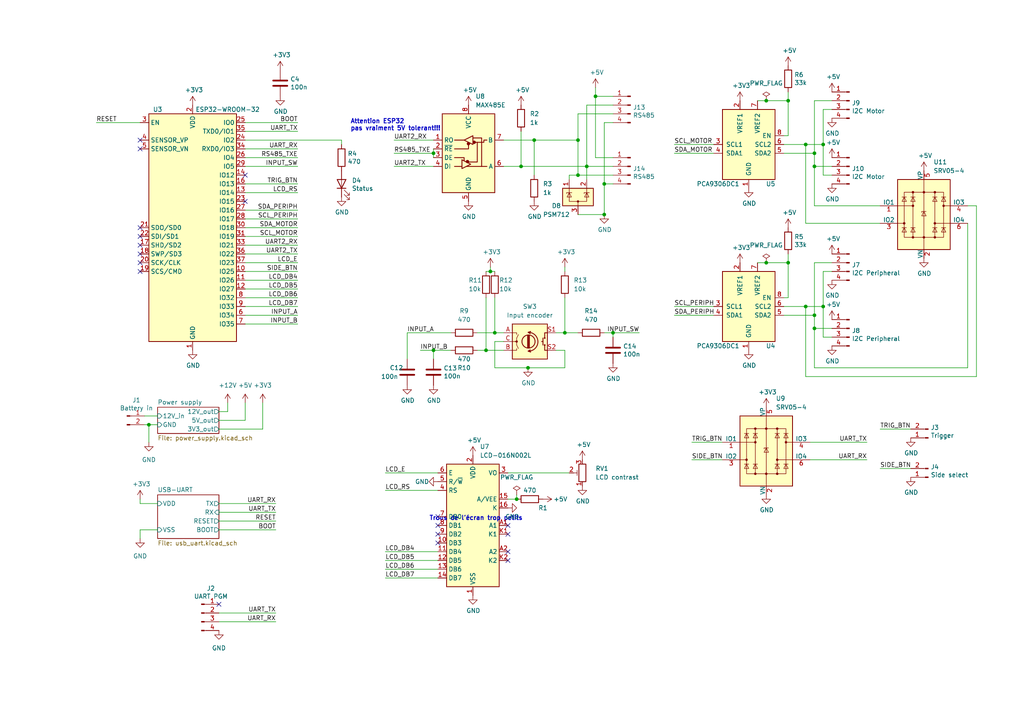
<source format=kicad_sch>
(kicad_sch (version 20211123) (generator eeschema)
  (paper "A4")
  (lib_symbols
    (symbol "Connector:Conn_01x02_Male" (pin_names (offset 1.016) hide)
      (property "Reference" "J" (at 0 2.54 0))
      (property "Value" "Conn_01x02_Male" (at 0 -5.08 0))
      (symbol "Conn_01x02_Male_1_1"
        (polyline (pts (xy 1.27 -2.54) (xy 0.8636 -2.54)) (stroke (width 0.1524)))
        (polyline (pts (xy 1.27 0) (xy 0.8636 0)) (stroke (width 0.1524)))
        (rectangle (start 0.8636 -2.413) (end 0 -2.667) (stroke (width 0.1524)) (fill (type outline)))
        (rectangle (start 0.8636 0.127) (end 0 -0.127) (stroke (width 0.1524)) (fill (type outline)))
        (pin passive line (at 5.08 0 180) (length 3.81) (name "Pin_1") (number "1"))
        (pin passive line (at 5.08 -2.54 180) (length 3.81) (name "Pin_2") (number "2"))
      )
    )
    (symbol "Connector:Conn_01x04_Male" (pin_names (offset 1.016) hide)
      (property "Reference" "J" (at 0 5.08 0))
      (property "Value" "Conn_01x04_Male" (at 0 -7.62 0))
      (symbol "Conn_01x04_Male_1_1"
        (polyline (pts (xy 1.27 -5.08) (xy 0.8636 -5.08)) (stroke (width 0.1524)))
        (polyline (pts (xy 1.27 -2.54) (xy 0.8636 -2.54)) (stroke (width 0.1524)))
        (polyline (pts (xy 1.27 0) (xy 0.8636 0)) (stroke (width 0.1524)))
        (polyline (pts (xy 1.27 2.54) (xy 0.8636 2.54)) (stroke (width 0.1524)))
        (rectangle (start 0.8636 -4.953) (end 0 -5.207) (stroke (width 0.1524)) (fill (type outline)))
        (rectangle (start 0.8636 -2.413) (end 0 -2.667) (stroke (width 0.1524)) (fill (type outline)))
        (rectangle (start 0.8636 0.127) (end 0 -0.127) (stroke (width 0.1524)) (fill (type outline)))
        (rectangle (start 0.8636 2.667) (end 0 2.413) (stroke (width 0.1524)) (fill (type outline)))
        (pin passive line (at 5.08 2.54 180) (length 3.81) (name "Pin_1") (number "1"))
        (pin passive line (at 5.08 0 180) (length 3.81) (name "Pin_2") (number "2"))
        (pin passive line (at 5.08 -2.54 180) (length 3.81) (name "Pin_3") (number "3"))
        (pin passive line (at 5.08 -5.08 180) (length 3.81) (name "Pin_4") (number "4"))
      )
    )
    (symbol "Device:C" (pin_numbers hide) (pin_names (offset 0.254))
      (property "Reference" "C" (at 0.635 2.54 0))
      (property "Value" "C" (at 0.635 -2.54 0))
      (symbol "C_0_1"
        (polyline (pts (xy -2.032 -0.762) (xy 2.032 -0.762)) (stroke (width 0.508)))
        (polyline (pts (xy -2.032 0.762) (xy 2.032 0.762)) (stroke (width 0.508)))
      )
      (symbol "C_1_1"
        (pin passive line (at 0 3.81 270) (length 2.794) (name "~") (number "1"))
        (pin passive line (at 0 -3.81 90) (length 2.794) (name "~") (number "2"))
      )
    )
    (symbol "Device:LED" (pin_numbers hide) (pin_names (offset 1.016) hide)
      (property "Reference" "D" (at 0 2.54 0))
      (property "Value" "LED" (at 0 -2.54 0))
      (symbol "LED_0_1"
        (polyline (pts (xy -1.27 -1.27) (xy -1.27 1.27)) (stroke (width 0.254)))
        (polyline (pts (xy -1.27 0) (xy 1.27 0)))
        (polyline (pts (xy 1.27 -1.27) (xy 1.27 1.27) (xy -1.27 0) (xy 1.27 -1.27)) (stroke (width 0.254)))
        (polyline (pts (xy -3.048 -0.762) (xy -4.572 -2.286) (xy -3.81 -2.286) (xy -4.572 -2.286) (xy -4.572 -1.524)))
        (polyline (pts (xy -1.778 -0.762) (xy -3.302 -2.286) (xy -2.54 -2.286) (xy -3.302 -2.286) (xy -3.302 -1.524)))
      )
      (symbol "LED_1_1"
        (pin passive line (at -3.81 0 0) (length 2.54) (name "K") (number "1"))
        (pin passive line (at 3.81 0 180) (length 2.54) (name "A") (number "2"))
      )
    )
    (symbol "Device:R" (pin_numbers hide) (pin_names (offset 0))
      (property "Reference" "R" (at 2.032 0 90))
      (property "Value" "R" (at 0 0 90))
      (symbol "R_0_1"
        (rectangle (start -1.016 -2.54) (end 1.016 2.54) (stroke (width 0.254)))
      )
      (symbol "R_1_1"
        (pin passive line (at 0 3.81 270) (length 1.27) (name "~") (number "1"))
        (pin passive line (at 0 -3.81 90) (length 1.27) (name "~") (number "2"))
      )
    )
    (symbol "Device:R_Potentiometer_Trim" (pin_names (offset 1.016) hide)
      (property "Reference" "RV" (at -4.445 0 90))
      (property "Value" "R_Potentiometer_Trim" (at -2.54 0 90))
      (symbol "R_Potentiometer_Trim_0_1"
        (polyline (pts (xy 1.524 0.762) (xy 1.524 -0.762)))
        (polyline (pts (xy 2.54 0) (xy 1.524 0)))
        (rectangle (start 1.016 2.54) (end -1.016 -2.54) (stroke (width 0.254)))
      )
      (symbol "R_Potentiometer_Trim_1_1"
        (pin passive line (at 0 3.81 270) (length 1.27) (name "1") (number "1"))
        (pin passive line (at 3.81 0 180) (length 1.27) (name "2") (number "2"))
        (pin passive line (at 0 -3.81 90) (length 1.27) (name "3") (number "3"))
      )
    )
    (symbol "Device:RotaryEncoder_Switch" (pin_names (offset 0.254) hide)
      (property "Reference" "SW" (at 0 6.604 0))
      (property "Value" "RotaryEncoder_Switch" (at 0 -6.604 0))
      (symbol "RotaryEncoder_Switch_0_1"
        (rectangle (start -5.08 5.08) (end 5.08 -5.08) (stroke (width 0.254)) (fill (type background)))
        (circle (center -3.81 0) (radius 0.254) (fill (type outline)))
        (arc (start -0.381 -2.794) (mid 2.3622 -0.0508) (end -0.381 2.667) (stroke (width 0.254)))
        (circle (center -0.381 0) (radius 1.905) (stroke (width 0.254)))
        (polyline (pts (xy -0.635 -1.778) (xy -0.635 1.778)) (stroke (width 0.254)))
        (polyline (pts (xy -0.381 -1.778) (xy -0.381 1.778)) (stroke (width 0.254)))
        (polyline (pts (xy -0.127 1.778) (xy -0.127 -1.778)) (stroke (width 0.254)))
        (polyline (pts (xy 3.81 0) (xy 3.429 0)) (stroke (width 0.254)))
        (polyline (pts (xy 3.81 1.016) (xy 3.81 -1.016)) (stroke (width 0.254)))
        (polyline (pts (xy -5.08 -2.54) (xy -3.81 -2.54) (xy -3.81 -2.032)))
        (polyline (pts (xy -5.08 2.54) (xy -3.81 2.54) (xy -3.81 2.032)))
        (polyline (pts (xy 0.254 -3.048) (xy -0.508 -2.794) (xy 0.127 -2.413)) (stroke (width 0.254)))
        (polyline (pts (xy 0.254 2.921) (xy -0.508 2.667) (xy 0.127 2.286)) (stroke (width 0.254)))
        (polyline (pts (xy 5.08 -2.54) (xy 4.318 -2.54) (xy 4.318 -1.016)) (stroke (width 0.254)))
        (polyline (pts (xy 5.08 2.54) (xy 4.318 2.54) (xy 4.318 1.016)) (stroke (width 0.254)))
        (polyline (pts (xy -5.08 0) (xy -3.81 0) (xy -3.81 -1.016) (xy -3.302 -2.032)))
        (polyline (pts (xy -4.318 0) (xy -3.81 0) (xy -3.81 1.016) (xy -3.302 2.032)))
        (circle (center 4.318 -1.016) (radius 0.127) (stroke (width 0.254)))
        (circle (center 4.318 1.016) (radius 0.127) (stroke (width 0.254)))
      )
      (symbol "RotaryEncoder_Switch_1_1"
        (pin passive line (at -7.62 2.54 0) (length 2.54) (name "A") (number "A"))
        (pin passive line (at -7.62 -2.54 0) (length 2.54) (name "B") (number "B"))
        (pin passive line (at -7.62 0 0) (length 2.54) (name "C") (number "C"))
        (pin passive line (at 7.62 2.54 180) (length 2.54) (name "S1") (number "S1"))
        (pin passive line (at 7.62 -2.54 180) (length 2.54) (name "S2") (number "S2"))
      )
    )
    (symbol "Display_Character:LCD-016N002L"
      (property "Reference" "U" (at -6.35 18.796 0))
      (property "Value" "LCD-016N002L" (at 8.636 18.796 0))
      (symbol "LCD-016N002L_1_1"
        (rectangle (start -7.62 17.78) (end 7.62 -17.78) (stroke (width 0.254)) (fill (type background)))
        (pin power_in line (at 0 -20.32 90) (length 2.54) (name "VSS") (number "1"))
        (pin bidirectional line (at -10.16 -5.08 0) (length 2.54) (name "DB3") (number "10"))
        (pin bidirectional line (at -10.16 -7.62 0) (length 2.54) (name "DB4") (number "11"))
        (pin bidirectional line (at -10.16 -10.16 0) (length 2.54) (name "DB5") (number "12"))
        (pin bidirectional line (at -10.16 -12.7 0) (length 2.54) (name "DB6") (number "13"))
        (pin bidirectional line (at -10.16 -15.24 0) (length 2.54) (name "DB7") (number "14"))
        (pin power_in line (at 10.16 7.62 180) (length 2.54) (name "A/VEE") (number "15"))
        (pin power_in line (at 10.16 5.08 180) (length 2.54) (name "K") (number "16"))
        (pin power_in line (at 0 20.32 270) (length 2.54) (name "VDD") (number "2"))
        (pin input line (at 10.16 15.24 180) (length 2.54) (name "VO") (number "3"))
        (pin input line (at -10.16 10.16 0) (length 2.54) (name "RS") (number "4"))
        (pin input line (at -10.16 12.7 0) (length 2.54) (name "R/~{W}") (number "5"))
        (pin input line (at -10.16 15.24 0) (length 2.54) (name "E") (number "6"))
        (pin bidirectional line (at -10.16 2.54 0) (length 2.54) (name "DB0") (number "7"))
        (pin bidirectional line (at -10.16 0 0) (length 2.54) (name "DB1") (number "8"))
        (pin bidirectional line (at -10.16 -2.54 0) (length 2.54) (name "DB2") (number "9"))
        (pin power_in line (at 10.16 0 180) (length 2.54) (name "A1") (number "A1"))
        (pin power_in line (at 10.16 -7.62 180) (length 2.54) (name "A2") (number "A2"))
        (pin power_in line (at 10.16 -2.54 180) (length 2.54) (name "K1") (number "K1"))
        (pin power_in line (at 10.16 -10.16 180) (length 2.54) (name "K2") (number "K2"))
      )
    )
    (symbol "Interface:PCA9306DC1" (pin_names (offset 1.016))
      (property "Reference" "U" (at -7.62 11.43 0))
      (property "Value" "PCA9306DC1" (at 3.81 11.43 0))
      (symbol "PCA9306DC1_0_1"
        (rectangle (start -7.62 10.16) (end 7.62 -10.16) (stroke (width 0.254)) (fill (type background)))
      )
      (symbol "PCA9306DC1_1_1"
        (pin power_in line (at 0 -12.7 90) (length 2.54) (name "GND") (number "1"))
        (pin power_in line (at -2.54 12.7 270) (length 2.54) (name "VREF1") (number "2"))
        (pin bidirectional line (at -10.16 0 0) (length 2.54) (name "SCL1") (number "3"))
        (pin bidirectional line (at -10.16 -2.54 0) (length 2.54) (name "SDA1") (number "4"))
        (pin bidirectional line (at 10.16 -2.54 180) (length 2.54) (name "SDA2") (number "5"))
        (pin bidirectional line (at 10.16 0 180) (length 2.54) (name "SCL2") (number "6"))
        (pin power_in line (at 2.54 12.7 270) (length 2.54) (name "VREF2") (number "7"))
        (pin input line (at 10.16 2.54 180) (length 2.54) (name "EN") (number "8"))
      )
    )
    (symbol "Interface_UART:MAX485E"
      (property "Reference" "U" (at -6.096 11.43 0))
      (property "Value" "MAX485E" (at 0.762 11.43 0))
      (symbol "MAX485E_0_1"
        (rectangle (start -7.62 10.16) (end 7.62 -12.7) (stroke (width 0.254)) (fill (type background)))
        (circle (center -0.3048 -3.683) (radius 0.3556) (stroke (width 0.254)) (fill (type outline)))
        (circle (center -0.0254 1.4986) (radius 0.3556) (stroke (width 0.254)) (fill (type outline)))
        (polyline (pts (xy -4.064 -5.08) (xy -1.905 -5.08)) (stroke (width 0.254)))
        (polyline (pts (xy -4.064 2.54) (xy -1.27 2.54)) (stroke (width 0.254)))
        (polyline (pts (xy -1.27 -3.2004) (xy -1.27 -3.4544)) (stroke (width 0.254)))
        (polyline (pts (xy -0.635 -5.08) (xy 5.334 -5.08)) (stroke (width 0.254)))
        (polyline (pts (xy -4.064 -2.54) (xy -1.27 -2.54) (xy -1.27 -3.175)) (stroke (width 0.254)))
        (polyline (pts (xy 0 1.27) (xy 0 0) (xy -4.064 0)) (stroke (width 0.254)))
        (polyline (pts (xy 1.27 3.175) (xy 3.81 3.175) (xy 3.81 -5.08)) (stroke (width 0.254)))
        (polyline (pts (xy 2.54 1.905) (xy 2.54 -3.81) (xy 0 -3.81)) (stroke (width 0.254)))
        (polyline (pts (xy -1.905 -3.175) (xy -1.905 -5.715) (xy 0.635 -4.445) (xy -1.905 -3.175)) (stroke (width 0.254)))
        (polyline (pts (xy -1.27 2.54) (xy 1.27 3.81) (xy 1.27 1.27) (xy -1.27 2.54)) (stroke (width 0.254)))
        (polyline (pts (xy 1.905 1.905) (xy 4.445 1.905) (xy 4.445 2.54) (xy 5.334 2.54)) (stroke (width 0.254)))
        (rectangle (start 1.27 3.175) (end 1.27 3.175))
        (circle (center 1.651 1.905) (radius 0.3556) (stroke (width 0.254)) (fill (type outline)))
      )
      (symbol "MAX485E_1_1"
        (pin output line (at -10.16 2.54 0) (length 2.54) (name "RO") (number "1"))
        (pin input line (at -10.16 0 0) (length 2.54) (name "~{RE}") (number "2"))
        (pin input line (at -10.16 -2.54 0) (length 2.54) (name "DE") (number "3"))
        (pin input line (at -10.16 -5.08 0) (length 2.54) (name "DI") (number "4"))
        (pin power_in line (at 0 -15.24 90) (length 2.54) (name "GND") (number "5"))
        (pin bidirectional line (at 10.16 -5.08 180) (length 2.54) (name "A") (number "6"))
        (pin bidirectional line (at 10.16 2.54 180) (length 2.54) (name "B") (number "7"))
        (pin power_in line (at 0 12.7 270) (length 2.54) (name "VCC") (number "8"))
      )
    )
    (symbol "Power_Protection:SP0502BAHT" (pin_names hide)
      (property "Reference" "D" (at 5.715 2.54 0))
      (property "Value" "SP0502BAHT" (at 5.715 0.635 0))
      (symbol "SP0502BAHT_0_0"
        (pin passive line (at 0 -5.08 90) (length 2.54) (name "A") (number "3"))
      )
      (symbol "SP0502BAHT_0_1"
        (rectangle (start -4.445 2.54) (end 4.445 -2.54) (stroke (width 0.254)) (fill (type background)))
        (circle (center 0 -1.27) (radius 0.254) (fill (type outline)))
        (polyline (pts (xy -2.54 2.54) (xy -2.54 1.27)))
        (polyline (pts (xy 0 -1.27) (xy 0 -2.54)))
        (polyline (pts (xy 2.54 2.54) (xy 2.54 1.27)))
        (polyline (pts (xy -3.302 1.016) (xy -3.302 1.27) (xy -1.905 1.27) (xy -1.778 1.27)))
        (polyline (pts (xy -2.54 1.27) (xy -2.54 -1.27) (xy 2.54 -1.27) (xy 2.54 1.27)))
        (polyline (pts (xy -2.54 1.27) (xy -1.905 0) (xy -3.175 0) (xy -2.54 1.27)))
        (polyline (pts (xy 1.778 1.016) (xy 1.778 1.27) (xy 3.175 1.27) (xy 3.302 1.27)))
        (polyline (pts (xy 2.54 1.27) (xy 1.905 0) (xy 3.175 0) (xy 2.54 1.27)))
      )
      (symbol "SP0502BAHT_1_1"
        (pin passive line (at -2.54 5.08 270) (length 2.54) (name "K") (number "1"))
        (pin passive line (at 2.54 5.08 270) (length 2.54) (name "K") (number "2"))
      )
    )
    (symbol "Power_Protection:SRV05-4" (pin_names (offset 0))
      (property "Reference" "U" (at -5.08 11.43 0))
      (property "Value" "SRV05-4" (at 2.54 11.43 0))
      (symbol "SRV05-4_0_0"
        (rectangle (start -5.715 6.477) (end 5.715 -6.604))
        (polyline (pts (xy -3.175 -6.604) (xy -3.175 6.477)))
        (polyline (pts (xy 3.175 6.477) (xy 3.175 -6.604)))
      )
      (symbol "SRV05-4_0_1"
        (rectangle (start -7.62 10.16) (end 7.62 -10.16) (stroke (width 0.254)) (fill (type background)))
        (circle (center -5.715 -2.54) (radius 0.2794) (fill (type outline)))
        (circle (center -3.175 -6.604) (radius 0.2794) (fill (type outline)))
        (circle (center -3.175 2.54) (radius 0.2794) (fill (type outline)))
        (circle (center -3.175 6.477) (radius 0.2794) (fill (type outline)))
        (circle (center 0 -6.604) (radius 0.2794) (fill (type outline)))
        (polyline (pts (xy -7.747 2.54) (xy -3.175 2.54)))
        (polyline (pts (xy -7.62 -2.54) (xy -5.715 -2.54)))
        (polyline (pts (xy -5.08 -3.81) (xy -6.35 -3.81)))
        (polyline (pts (xy -5.08 5.08) (xy -6.35 5.08)))
        (polyline (pts (xy -2.54 -3.81) (xy -3.81 -3.81)))
        (polyline (pts (xy -2.54 5.08) (xy -3.81 5.08)))
        (polyline (pts (xy 0 10.16) (xy 0 -10.16)))
        (polyline (pts (xy 3.81 -3.81) (xy 2.54 -3.81)))
        (polyline (pts (xy 3.81 5.08) (xy 2.54 5.08)))
        (polyline (pts (xy 6.35 -3.81) (xy 5.08 -3.81)))
        (polyline (pts (xy 6.35 5.08) (xy 5.08 5.08)))
        (polyline (pts (xy 7.62 -2.54) (xy 3.175 -2.54)))
        (polyline (pts (xy 7.62 2.54) (xy 5.715 2.54)))
        (polyline (pts (xy 0.635 0.889) (xy -0.635 0.889) (xy -0.635 0.635)))
        (polyline (pts (xy -5.08 -5.08) (xy -6.35 -5.08) (xy -5.715 -3.81) (xy -5.08 -5.08)))
        (polyline (pts (xy -5.08 3.81) (xy -6.35 3.81) (xy -5.715 5.08) (xy -5.08 3.81)))
        (polyline (pts (xy -2.54 -5.08) (xy -3.81 -5.08) (xy -3.175 -3.81) (xy -2.54 -5.08)))
        (polyline (pts (xy -2.54 3.81) (xy -3.81 3.81) (xy -3.175 5.08) (xy -2.54 3.81)))
        (polyline (pts (xy 0.635 -0.381) (xy -0.635 -0.381) (xy 0 0.889) (xy 0.635 -0.381)))
        (polyline (pts (xy 3.81 -5.08) (xy 2.54 -5.08) (xy 3.175 -3.81) (xy 3.81 -5.08)))
        (polyline (pts (xy 3.81 3.81) (xy 2.54 3.81) (xy 3.175 5.08) (xy 3.81 3.81)))
        (polyline (pts (xy 6.35 -5.08) (xy 5.08 -5.08) (xy 5.715 -3.81) (xy 6.35 -5.08)))
        (polyline (pts (xy 6.35 3.81) (xy 5.08 3.81) (xy 5.715 5.08) (xy 6.35 3.81)))
        (circle (center 0 6.477) (radius 0.2794) (fill (type outline)))
        (circle (center 3.175 -6.604) (radius 0.2794) (fill (type outline)))
        (circle (center 3.175 -2.54) (radius 0.2794) (fill (type outline)))
        (circle (center 3.175 6.477) (radius 0.2794) (fill (type outline)))
        (circle (center 5.715 2.54) (radius 0.2794) (fill (type outline)))
      )
      (symbol "SRV05-4_1_1"
        (pin passive line (at -12.7 2.54 0) (length 5.08) (name "IO1") (number "1"))
        (pin passive line (at 0 -12.7 90) (length 2.54) (name "VN") (number "2"))
        (pin passive line (at -12.7 -2.54 0) (length 5.08) (name "IO2") (number "3"))
        (pin passive line (at 12.7 2.54 180) (length 5.08) (name "IO3") (number "4"))
        (pin passive line (at 0 12.7 270) (length 2.54) (name "VP") (number "5"))
        (pin passive line (at 12.7 -2.54 180) (length 5.08) (name "IO4") (number "6"))
      )
    )
    (symbol "RF_Module:ESP32-WROOM-32"
      (property "Reference" "U" (at -12.7 34.29 0))
      (property "Value" "ESP32-WROOM-32" (at 1.27 34.29 0))
      (symbol "ESP32-WROOM-32_0_1"
        (rectangle (start -12.7 33.02) (end 12.7 -33.02) (stroke (width 0.254)) (fill (type background)))
      )
      (symbol "ESP32-WROOM-32_1_1"
        (pin power_in line (at 0 -35.56 90) (length 2.54) (name "GND") (number "1"))
        (pin bidirectional line (at 15.24 -12.7 180) (length 2.54) (name "IO25") (number "10"))
        (pin bidirectional line (at 15.24 -15.24 180) (length 2.54) (name "IO26") (number "11"))
        (pin bidirectional line (at 15.24 -17.78 180) (length 2.54) (name "IO27") (number "12"))
        (pin bidirectional line (at 15.24 10.16 180) (length 2.54) (name "IO14") (number "13"))
        (pin bidirectional line (at 15.24 15.24 180) (length 2.54) (name "IO12") (number "14"))
        (pin passive line (at 0 -35.56 90) (length 2.54) hide (name "GND") (number "15"))
        (pin bidirectional line (at 15.24 12.7 180) (length 2.54) (name "IO13") (number "16"))
        (pin bidirectional line (at -15.24 -5.08 0) (length 2.54) (name "SHD/SD2") (number "17"))
        (pin bidirectional line (at -15.24 -7.62 0) (length 2.54) (name "SWP/SD3") (number "18"))
        (pin bidirectional line (at -15.24 -12.7 0) (length 2.54) (name "SCS/CMD") (number "19"))
        (pin power_in line (at 0 35.56 270) (length 2.54) (name "VDD") (number "2"))
        (pin bidirectional line (at -15.24 -10.16 0) (length 2.54) (name "SCK/CLK") (number "20"))
        (pin bidirectional line (at -15.24 0 0) (length 2.54) (name "SDO/SD0") (number "21"))
        (pin bidirectional line (at -15.24 -2.54 0) (length 2.54) (name "SDI/SD1") (number "22"))
        (pin bidirectional line (at 15.24 7.62 180) (length 2.54) (name "IO15") (number "23"))
        (pin bidirectional line (at 15.24 25.4 180) (length 2.54) (name "IO2") (number "24"))
        (pin bidirectional line (at 15.24 30.48 180) (length 2.54) (name "IO0") (number "25"))
        (pin bidirectional line (at 15.24 20.32 180) (length 2.54) (name "IO4") (number "26"))
        (pin bidirectional line (at 15.24 5.08 180) (length 2.54) (name "IO16") (number "27"))
        (pin bidirectional line (at 15.24 2.54 180) (length 2.54) (name "IO17") (number "28"))
        (pin bidirectional line (at 15.24 17.78 180) (length 2.54) (name "IO5") (number "29"))
        (pin input line (at -15.24 30.48 0) (length 2.54) (name "EN") (number "3"))
        (pin bidirectional line (at 15.24 0 180) (length 2.54) (name "IO18") (number "30"))
        (pin bidirectional line (at 15.24 -2.54 180) (length 2.54) (name "IO19") (number "31"))
        (pin no_connect line (at -12.7 -27.94 0) (length 2.54) hide (name "NC") (number "32"))
        (pin bidirectional line (at 15.24 -5.08 180) (length 2.54) (name "IO21") (number "33"))
        (pin bidirectional line (at 15.24 22.86 180) (length 2.54) (name "RXD0/IO3") (number "34"))
        (pin bidirectional line (at 15.24 27.94 180) (length 2.54) (name "TXD0/IO1") (number "35"))
        (pin bidirectional line (at 15.24 -7.62 180) (length 2.54) (name "IO22") (number "36"))
        (pin bidirectional line (at 15.24 -10.16 180) (length 2.54) (name "IO23") (number "37"))
        (pin passive line (at 0 -35.56 90) (length 2.54) hide (name "GND") (number "38"))
        (pin passive line (at 0 -35.56 90) (length 2.54) hide (name "GND") (number "39"))
        (pin input line (at -15.24 25.4 0) (length 2.54) (name "SENSOR_VP") (number "4"))
        (pin input line (at -15.24 22.86 0) (length 2.54) (name "SENSOR_VN") (number "5"))
        (pin input line (at 15.24 -25.4 180) (length 2.54) (name "IO34") (number "6"))
        (pin input line (at 15.24 -27.94 180) (length 2.54) (name "IO35") (number "7"))
        (pin bidirectional line (at 15.24 -20.32 180) (length 2.54) (name "IO32") (number "8"))
        (pin bidirectional line (at 15.24 -22.86 180) (length 2.54) (name "IO33") (number "9"))
      )
    )
    (symbol "power:+12V" (power) (pin_names (offset 0))
      (property "Value" "+12V" (at 0 3.556 0))
      (symbol "+12V_0_1"
        (polyline (pts (xy -0.762 1.27) (xy 0 2.54)))
        (polyline (pts (xy 0 0) (xy 0 2.54)))
        (polyline (pts (xy 0 2.54) (xy 0.762 1.27)))
      )
      (symbol "+12V_1_1"
        (pin power_in line (at 0 0 90) (length 0) hide (name "+12V") (number "1"))
      )
    )
    (symbol "power:+3V3" (power) (pin_names (offset 0))
      (property "Value" "+3V3" (at 0 3.556 0))
      (symbol "+3V3_0_1"
        (polyline (pts (xy -0.762 1.27) (xy 0 2.54)))
        (polyline (pts (xy 0 0) (xy 0 2.54)))
        (polyline (pts (xy 0 2.54) (xy 0.762 1.27)))
      )
      (symbol "+3V3_1_1"
        (pin power_in line (at 0 0 90) (length 0) hide (name "+3V3") (number "1"))
      )
    )
    (symbol "power:+5V" (power) (pin_names (offset 0))
      (property "Value" "+5V" (at 0 3.556 0))
      (symbol "+5V_0_1"
        (polyline (pts (xy -0.762 1.27) (xy 0 2.54)))
        (polyline (pts (xy 0 0) (xy 0 2.54)))
        (polyline (pts (xy 0 2.54) (xy 0.762 1.27)))
      )
      (symbol "+5V_1_1"
        (pin power_in line (at 0 0 90) (length 0) hide (name "+5V") (number "1"))
      )
    )
    (symbol "power:GND" (power) (pin_names (offset 0))
      (property "Value" "GND" (at 0 -3.81 0))
      (symbol "GND_0_1"
        (polyline (pts (xy 0 0) (xy 0 -1.27) (xy 1.27 -1.27) (xy 0 -2.54) (xy -1.27 -1.27) (xy 0 -1.27)))
      )
      (symbol "GND_1_1"
        (pin power_in line (at 0 0 270) (length 0) hide (name "GND") (number "1"))
      )
    )
    (symbol "power:PWR_FLAG" (power) (pin_numbers hide) (pin_names (offset 0) hide)
      (property "Value" "PWR_FLAG" (at 0 3.81 0))
      (symbol "PWR_FLAG_0_0"
        (pin power_out line (at 0 0 90) (length 0) (name "pwr") (number "1"))
      )
      (symbol "PWR_FLAG_0_1"
        (polyline (pts (xy 0 0) (xy 0 1.27) (xy -1.016 1.905) (xy 0 2.54) (xy 1.016 1.905) (xy 0 1.27)))
      )
    )
  )
  (junction (at 222.25 76.2))
  (junction (at 177.8 96.52))
  (junction (at 167.64 50.8))
  (junction (at 154.94 40.64))
  (junction (at 228.6 29.21))
  (junction (at 172.72 27.94))
  (junction (at 153.1432 106.68))
  (junction (at 236.22 48.26))
  (junction (at 163.83 96.52))
  (junction (at 151.13 48.26))
  (junction (at 43.18 123.19))
  (junction (at 228.6 76.2))
  (junction (at 233.68 88.9))
  (junction (at 238.76 41.91))
  (junction (at 149.86 144.78))
  (junction (at 125.73 101.6))
  (junction (at 142.24 78.74))
  (junction (at 175.26 62.23))
  (junction (at 238.76 88.9))
  (junction (at 140.97 101.6))
  (junction (at 170.18 48.26))
  (junction (at 175.26 53.34))
  (junction (at 167.64 40.64))
  (junction (at 222.25 29.21))
  (junction (at 236.22 44.45))
  (junction (at 125.73 44.45))
  (junction (at 143.51 96.52))
  (junction (at 233.68 41.91))
  (junction (at 236.22 95.25))
  (junction (at 236.22 91.44))
  (no_connect (at 127 149.86))
  (no_connect (at 40.64 76.2))
  (no_connect (at 147.32 162.56))
  (no_connect (at 127 152.4))
  (no_connect (at 40.64 71.12))
  (no_connect (at 40.64 78.74))
  (no_connect (at 71.12 58.42))
  (no_connect (at 147.32 160.02))
  (no_connect (at 40.64 43.18))
  (no_connect (at 147.32 154.94))
  (no_connect (at 40.64 40.64))
  (no_connect (at 40.64 68.58))
  (no_connect (at 63.5 175.26))
  (no_connect (at 127 157.48))
  (no_connect (at 40.64 73.66))
  (no_connect (at 127 154.94))
  (no_connect (at 147.32 152.4))
  (no_connect (at 71.12 50.8))
  (no_connect (at 40.64 66.04))
  (wire (pts (xy 236.22 44.45) (xy 236.22 29.21)))
  (wire (pts (xy 71.12 91.44) (xy 86.36 91.44)))
  (wire (pts (xy 236.22 76.2) (xy 241.3 76.2)))
  (wire (pts (xy 146.05 40.64) (xy 154.94 40.64)))
  (wire (pts (xy 207.01 41.91) (xy 195.58 41.91)))
  (wire (pts (xy 71.12 68.58) (xy 86.36 68.58)))
  (wire (pts (xy 222.25 29.21) (xy 228.6 29.21)))
  (wire (pts (xy 228.6 29.21) (xy 228.6 26.67)))
  (wire (pts (xy 76.2 116.84) (xy 76.2 124.46)))
  (wire (pts (xy 149.86 143.51) (xy 149.86 144.78)))
  (wire (pts (xy 172.72 25.4) (xy 172.72 27.94)))
  (wire (pts (xy 151.13 48.26) (xy 170.18 48.26)))
  (wire (pts (xy 146.05 99.06) (xy 143.51 99.06)))
  (wire (pts (xy 40.64 146.05) (xy 40.64 144.78)))
  (wire (pts (xy 170.18 30.48) (xy 170.18 48.26)))
  (wire (pts (xy 177.8 35.56) (xy 175.26 35.56)))
  (wire (pts (xy 130.81 96.52) (xy 118.11 96.52)))
  (wire (pts (xy 71.12 93.98) (xy 86.36 93.98)))
  (wire (pts (xy 142.24 77.47) (xy 142.24 78.74)))
  (wire (pts (xy 71.12 63.5) (xy 86.36 63.5)))
  (wire (pts (xy 41.91 123.19) (xy 43.18 123.19)))
  (wire (pts (xy 71.12 35.56) (xy 86.36 35.56)))
  (wire (pts (xy 170.18 48.26) (xy 177.8 48.26)))
  (wire (pts (xy 167.64 33.02) (xy 167.64 40.64)))
  (wire (pts (xy 177.8 96.52) (xy 175.26 96.52)))
  (wire (pts (xy 143.51 99.06) (xy 143.51 106.68)))
  (wire (pts (xy 151.13 38.1) (xy 151.13 48.26)))
  (wire (pts (xy 71.12 55.88) (xy 86.36 55.88)))
  (wire (pts (xy 40.64 153.67) (xy 40.64 156.21)))
  (wire (pts (xy 209.55 133.35) (xy 200.66 133.35)))
  (wire (pts (xy 228.6 86.36) (xy 228.6 76.2)))
  (wire (pts (xy 207.01 44.45) (xy 195.58 44.45)))
  (wire (pts (xy 86.36 83.82) (xy 71.12 83.82)))
  (wire (pts (xy 280.67 64.77) (xy 280.67 106.68)))
  (wire (pts (xy 227.33 41.91) (xy 233.68 41.91)))
  (wire (pts (xy 172.72 27.94) (xy 172.72 45.72)))
  (wire (pts (xy 86.36 88.9) (xy 71.12 88.9)))
  (wire (pts (xy 167.64 40.64) (xy 167.64 50.8)))
  (wire (pts (xy 71.12 76.2) (xy 86.36 76.2)))
  (wire (pts (xy 222.25 76.2) (xy 228.6 76.2)))
  (wire (pts (xy 236.22 44.45) (xy 236.22 48.26)))
  (wire (pts (xy 236.22 48.26) (xy 241.3 48.26)))
  (wire (pts (xy 177.8 96.52) (xy 185.42 96.52)))
  (wire (pts (xy 138.43 96.52) (xy 143.51 96.52)))
  (wire (pts (xy 111.76 137.16) (xy 127 137.16)))
  (wire (pts (xy 167.64 62.23) (xy 175.26 62.23)))
  (wire (pts (xy 175.26 53.34) (xy 175.26 62.23)))
  (wire (pts (xy 177.8 45.72) (xy 172.72 45.72)))
  (wire (pts (xy 163.83 101.6) (xy 161.29 101.6)))
  (wire (pts (xy 163.83 106.68) (xy 163.83 101.6)))
  (wire (pts (xy 147.32 144.78) (xy 149.86 144.78)))
  (wire (pts (xy 238.76 78.74) (xy 241.3 78.74)))
  (wire (pts (xy 114.3 44.45) (xy 125.73 44.45)))
  (wire (pts (xy 238.76 88.9) (xy 238.76 97.79)))
  (wire (pts (xy 255.27 59.69) (xy 236.22 59.69)))
  (wire (pts (xy 63.5 146.05) (xy 80.01 146.05)))
  (wire (pts (xy 71.12 43.18) (xy 86.36 43.18)))
  (wire (pts (xy 227.33 88.9) (xy 233.68 88.9)))
  (wire (pts (xy 233.68 88.9) (xy 238.76 88.9)))
  (wire (pts (xy 280.67 106.68) (xy 236.22 106.68)))
  (wire (pts (xy 147.32 137.16) (xy 165.1 137.16)))
  (wire (pts (xy 163.83 96.52) (xy 167.64 96.52)))
  (wire (pts (xy 177.8 33.02) (xy 167.64 33.02)))
  (wire (pts (xy 63.5 153.67) (xy 80.01 153.67)))
  (wire (pts (xy 63.5 119.38) (xy 66.04 119.38)))
  (wire (pts (xy 63.5 180.34) (xy 80.01 180.34)))
  (wire (pts (xy 111.76 142.24) (xy 127 142.24)))
  (wire (pts (xy 125.73 44.45) (xy 125.73 45.72)))
  (wire (pts (xy 177.8 30.48) (xy 170.18 30.48)))
  (wire (pts (xy 236.22 91.44) (xy 236.22 76.2)))
  (wire (pts (xy 71.12 60.96) (xy 86.36 60.96)))
  (wire (pts (xy 238.76 31.75) (xy 241.3 31.75)))
  (wire (pts (xy 255.27 64.77) (xy 233.68 64.77)))
  (wire (pts (xy 71.12 116.84) (xy 71.12 121.92)))
  (wire (pts (xy 219.71 76.2) (xy 222.25 76.2)))
  (wire (pts (xy 236.22 95.25) (xy 241.3 95.25)))
  (wire (pts (xy 264.16 124.46) (xy 255.27 124.46)))
  (wire (pts (xy 66.04 116.84) (xy 66.04 119.38)))
  (wire (pts (xy 146.05 96.52) (xy 143.51 96.52)))
  (wire (pts (xy 236.22 59.69) (xy 236.22 48.26)))
  (wire (pts (xy 63.5 124.46) (xy 76.2 124.46)))
  (wire (pts (xy 154.94 40.64) (xy 154.94 50.8)))
  (wire (pts (xy 143.51 86.36) (xy 143.51 96.52)))
  (wire (pts (xy 233.68 64.77) (xy 233.68 41.91)))
  (wire (pts (xy 71.12 66.04) (xy 86.36 66.04)))
  (wire (pts (xy 175.26 35.56) (xy 175.26 53.34)))
  (wire (pts (xy 165.1 50.8) (xy 165.1 52.07)))
  (wire (pts (xy 238.76 41.91) (xy 238.76 31.75)))
  (wire (pts (xy 228.6 39.37) (xy 228.6 29.21)))
  (wire (pts (xy 86.36 81.28) (xy 71.12 81.28)))
  (wire (pts (xy 143.51 106.68) (xy 153.1432 106.68)))
  (wire (pts (xy 163.83 77.47) (xy 163.83 78.74)))
  (wire (pts (xy 227.33 86.36) (xy 228.6 86.36)))
  (wire (pts (xy 71.12 45.72) (xy 86.36 45.72)))
  (wire (pts (xy 71.12 48.26) (xy 86.36 48.26)))
  (wire (pts (xy 233.68 41.91) (xy 238.76 41.91)))
  (wire (pts (xy 71.12 73.66) (xy 86.36 73.66)))
  (wire (pts (xy 227.33 44.45) (xy 236.22 44.45)))
  (wire (pts (xy 71.12 53.34) (xy 86.36 53.34)))
  (wire (pts (xy 227.33 39.37) (xy 228.6 39.37)))
  (wire (pts (xy 163.83 86.36) (xy 163.83 96.52)))
  (wire (pts (xy 175.26 53.34) (xy 177.8 53.34)))
  (wire (pts (xy 71.12 71.12) (xy 86.36 71.12)))
  (wire (pts (xy 238.76 97.79) (xy 241.3 97.79)))
  (wire (pts (xy 207.01 91.44) (xy 195.58 91.44)))
  (wire (pts (xy 154.94 40.64) (xy 167.64 40.64)))
  (wire (pts (xy 236.22 106.68) (xy 236.22 95.25)))
  (wire (pts (xy 45.72 146.05) (xy 40.64 146.05)))
  (wire (pts (xy 71.12 40.64) (xy 99.06 40.64)))
  (wire (pts (xy 283.21 59.69) (xy 283.21 109.22)))
  (wire (pts (xy 130.81 101.6) (xy 125.73 101.6)))
  (wire (pts (xy 111.76 167.64) (xy 127 167.64)))
  (wire (pts (xy 146.05 48.26) (xy 151.13 48.26)))
  (wire (pts (xy 63.5 121.92) (xy 71.12 121.92)))
  (wire (pts (xy 41.91 120.65) (xy 45.72 120.65)))
  (wire (pts (xy 111.76 162.56) (xy 127 162.56)))
  (wire (pts (xy 27.94 35.56) (xy 40.64 35.56)))
  (wire (pts (xy 264.16 135.89) (xy 255.27 135.89)))
  (wire (pts (xy 142.24 78.74) (xy 143.51 78.74)))
  (wire (pts (xy 209.55 128.27) (xy 200.66 128.27)))
  (wire (pts (xy 63.5 148.59) (xy 80.01 148.59)))
  (wire (pts (xy 140.97 86.36) (xy 140.97 101.6)))
  (wire (pts (xy 146.05 101.6) (xy 140.97 101.6)))
  (wire (pts (xy 138.43 101.6) (xy 140.97 101.6)))
  (wire (pts (xy 63.5 177.8) (xy 80.01 177.8)))
  (wire (pts (xy 167.64 50.8) (xy 165.1 50.8)))
  (wire (pts (xy 121.92 101.6) (xy 125.73 101.6)))
  (wire (pts (xy 111.76 165.1) (xy 127 165.1)))
  (wire (pts (xy 43.18 123.19) (xy 43.18 128.27)))
  (wire (pts (xy 236.22 91.44) (xy 236.22 95.25)))
  (wire (pts (xy 45.72 153.67) (xy 40.64 153.67)))
  (wire (pts (xy 118.11 96.52) (xy 118.11 104.14)))
  (wire (pts (xy 280.67 59.69) (xy 283.21 59.69)))
  (wire (pts (xy 233.68 109.22) (xy 233.68 88.9)))
  (wire (pts (xy 172.72 27.94) (xy 177.8 27.94)))
  (wire (pts (xy 153.1432 106.68) (xy 163.83 106.68)))
  (wire (pts (xy 283.21 109.22) (xy 233.68 109.22)))
  (wire (pts (xy 170.18 48.26) (xy 170.18 52.07)))
  (wire (pts (xy 234.95 133.35) (xy 251.46 133.35)))
  (wire (pts (xy 177.8 97.79) (xy 177.8 96.52)))
  (wire (pts (xy 207.01 88.9) (xy 195.58 88.9)))
  (wire (pts (xy 238.76 41.91) (xy 238.76 50.8)))
  (wire (pts (xy 71.12 38.1) (xy 86.36 38.1)))
  (wire (pts (xy 238.76 88.9) (xy 238.76 78.74)))
  (wire (pts (xy 114.3 40.64) (xy 125.73 40.64)))
  (wire (pts (xy 99.06 40.64) (xy 99.06 41.91)))
  (wire (pts (xy 71.12 78.74) (xy 86.36 78.74)))
  (wire (pts (xy 63.5 151.13) (xy 80.01 151.13)))
  (wire (pts (xy 43.18 123.19) (xy 45.72 123.19)))
  (wire (pts (xy 228.6 76.2) (xy 228.6 73.66)))
  (wire (pts (xy 125.73 101.6) (xy 125.73 104.14)))
  (wire (pts (xy 227.33 91.44) (xy 236.22 91.44)))
  (wire (pts (xy 167.64 50.8) (xy 177.8 50.8)))
  (wire (pts (xy 161.29 96.52) (xy 163.83 96.52)))
  (wire (pts (xy 236.22 29.21) (xy 241.3 29.21)))
  (wire (pts (xy 234.95 128.27) (xy 251.46 128.27)))
  (wire (pts (xy 111.76 160.02) (xy 127 160.02)))
  (wire (pts (xy 114.3 48.26) (xy 125.73 48.26)))
  (wire (pts (xy 86.36 86.36) (xy 71.12 86.36)))
  (wire (pts (xy 140.97 78.74) (xy 142.24 78.74)))
  (wire (pts (xy 125.73 43.18) (xy 125.73 44.45)))
  (wire (pts (xy 219.71 29.21) (xy 222.25 29.21)))
  (wire (pts (xy 238.76 50.8) (xy 241.3 50.8)))
  (text "Attention ESP32\npas vraiment 5V tolerant!!!" (at 101.6 38.1 0) (effects (font (size 1.27 1.27) (thickness 0.254) bold) (justify left bottom)))
  (text "Trous de l'écran trop petits" (at 124.46 151.13 0) (effects (font (size 1.27 1.27) (thickness 0.254) bold) (justify left bottom)))
  (label "INPUT_A" (at 86.36 91.44 180))
  (label "SCL_MOTOR" (at 195.58 41.91 0))
  (label "TRIG_BTN" (at 255.27 124.46 0))
  (label "LCD_DB5" (at 86.36 83.82 180))
  (label "LCD_DB5" (at 111.76 162.56 0))
  (label "RS485_TXE" (at 86.36 45.72 180))
  (label "INPUT_B" (at 121.92 101.6 0))
  (label "UART2_RX" (at 114.3 40.64 0))
  (label "LCD_RS" (at 86.36 55.88 180))
  (label "SIDE_BTN" (at 255.27 135.89 0))
  (label "TRIG_BTN" (at 200.66 128.27 0))
  (label "SCL_MOTOR" (at 86.36 68.58 180))
  (label "UART_RX" (at 86.36 43.18 180))
  (label "UART_TX" (at 86.36 38.1 180))
  (label "BOOT" (at 86.36 35.56 180))
  (label "LCD_DB6" (at 86.36 86.36 180))
  (label "LCD_E" (at 111.76 137.16 0))
  (label "INPUT_SW" (at 86.36 48.26 180))
  (label "UART2_TX" (at 86.36 73.66 180))
  (label "LCD_DB7" (at 111.76 167.64 0))
  (label "SCL_PERIPH" (at 86.36 63.5 180))
  (label "UART2_RX" (at 86.36 71.12 180))
  (label "RESET" (at 27.94 35.56 0))
  (label "SDA_PERIPH" (at 195.58 91.44 0))
  (label "RESET" (at 80.01 151.13 180))
  (label "TRIG_BTN" (at 86.36 53.34 180))
  (label "BOOT" (at 80.01 153.67 180))
  (label "UART_RX" (at 80.01 146.05 180))
  (label "UART_RX" (at 80.01 180.34 180))
  (label "INPUT_B" (at 86.36 93.98 180))
  (label "SDA_MOTOR" (at 86.36 66.04 180))
  (label "SCL_PERIPH" (at 195.58 88.9 0))
  (label "UART_RX" (at 251.46 133.35 180))
  (label "UART2_TX" (at 114.3 48.26 0))
  (label "LCD_E" (at 86.36 76.2 180))
  (label "LCD_DB6" (at 111.76 165.1 0))
  (label "UART_TX" (at 251.46 128.27 180))
  (label "SIDE_BTN" (at 86.36 78.74 180))
  (label "LCD_DB4" (at 111.76 160.02 0))
  (label "INPUT_A" (at 118.11 96.52 0))
  (label "SDA_PERIPH" (at 86.36 60.96 180))
  (label "SDA_MOTOR" (at 195.58 44.45 0))
  (label "LCD_RS" (at 111.76 142.24 0))
  (label "UART_TX" (at 80.01 177.8 180))
  (label "SIDE_BTN" (at 200.66 133.35 0))
  (label "RS485_TXE" (at 114.3 44.45 0))
  (label "LCD_DB7" (at 86.36 88.9 180))
  (label "UART_TX" (at 80.01 148.59 180))
  (label "INPUT_SW" (at 185.42 96.52 180))
  (label "LCD_DB4" (at 86.36 81.28 180))
  (symbol (lib_id "RF_Module:ESP32-WROOM-32") (at 55.88 66.04 0) (unit 1)
    (property "Reference" "U3" (at 45.72 31.75 0))
    (property "Value" "ESP32-WROOM-32" (at 66.04 31.75 0))
    (property "Footprint" "RF_Module:ESP32-WROOM-32U" (effects hide))
    (property "Datasheet" "https://www.espressif.com/sites/default/files/documentation/esp32-wroom-32_datasheet_en.pdf" (effects hide))
    (property "LCSC" "C82899" (effects hide))
  )
  (symbol (lib_id "power:GND") (at 55.88 101.6 0) (unit 1)
    (property "Reference" "#PWR018" (effects hide))
    (property "Value" "GND" (at 56.007 105.9942 0))
  )
  (symbol (lib_id "power:+3V3") (at 55.88 30.48 0) (unit 1)
    (property "Reference" "#PWR017" (effects hide))
    (property "Value" "+3V3" (at 56.261 26.0858 0))
  )
  (symbol (lib_id "power:+3V3") (at 214.63 29.21 0) (unit 1)
    (property "Reference" "#PWR031" (effects hide))
    (property "Value" "+3V3" (at 215.011 24.8158 0))
  )
  (symbol (lib_id "power:+5V") (at 228.6 19.05 0) (unit 1)
    (property "Reference" "#PWR037" (effects hide))
    (property "Value" "+5V" (at 228.981 14.6558 0))
  )
  (symbol (lib_id "Device:R") (at 228.6 22.86 0) (unit 1)
    (property "Reference" "R6" (at 230.378 21.6916 0) (effects (justify left)))
    (property "Value" "33k" (at 230.378 24.003 0) (effects (justify left)))
    (property "Footprint" "Resistor_SMD:R_0603_1608Metric" (effects hide))
    (property "LCSC" "C17900" (effects hide))
  )
  (symbol (lib_id "power:GND") (at 217.17 54.61 0) (unit 1)
    (property "Reference" "#PWR033" (effects hide))
    (property "Value" "GND" (at 217.297 59.0042 0))
  )
  (symbol (lib_id "Connector:Conn_01x04_Male") (at 246.38 29.21 0) (mirror y) (unit 1)
    (property "Reference" "J9" (at 247.0912 29.8704 0) (effects (justify right)))
    (property "Value" "I2C Motor" (at 247.0912 32.1818 0) (effects (justify right)))
    (property "Footprint" "Connector_Molex:Molex_KK-254_AE-6410-04A_1x04_P2.54mm_Vertical" (effects hide))
  )
  (symbol (lib_id "power:GND") (at 241.3 34.29 0) (unit 1)
    (property "Reference" "#PWR046" (effects hide))
    (property "Value" "GND" (at 241.427 38.6842 0))
  )
  (symbol (lib_id "power:+5V") (at 241.3 26.67 0) (unit 1)
    (property "Reference" "#PWR045" (effects hide))
    (property "Value" "+5V" (at 241.681 22.2758 0))
  )
  (symbol (lib_id "Connector:Conn_01x04_Male") (at 246.38 48.26 0) (mirror y) (unit 1)
    (property "Reference" "J10" (at 247.0912 48.9204 0) (effects (justify right)))
    (property "Value" "I2C Motor" (at 247.0912 51.2318 0) (effects (justify right)))
    (property "Footprint" "Connector_Molex:Molex_KK-254_AE-6410-04A_1x04_P2.54mm_Vertical" (effects hide))
  )
  (symbol (lib_id "power:GND") (at 241.3 53.34 0) (unit 1)
    (property "Reference" "#PWR048" (effects hide))
    (property "Value" "GND" (at 241.427 57.7342 0))
  )
  (symbol (lib_id "power:+5V") (at 241.3 45.72 0) (unit 1)
    (property "Reference" "#PWR047" (effects hide))
    (property "Value" "+5V" (at 241.681 41.3258 0))
  )
  (symbol (lib_id "power:+3V3") (at 214.63 76.2 0) (unit 1)
    (property "Reference" "#PWR030" (effects hide))
    (property "Value" "+3V3" (at 215.011 71.8058 0))
  )
  (symbol (lib_id "power:+5V") (at 228.6 66.04 0) (unit 1)
    (property "Reference" "#PWR036" (effects hide))
    (property "Value" "+5V" (at 228.981 61.6458 0))
  )
  (symbol (lib_id "Device:R") (at 228.6 69.85 0) (unit 1)
    (property "Reference" "R5" (at 230.378 68.6816 0) (effects (justify left)))
    (property "Value" "33k" (at 230.378 70.993 0) (effects (justify left)))
    (property "Footprint" "Resistor_SMD:R_0603_1608Metric" (effects hide))
    (property "LCSC" "C17900" (effects hide))
  )
  (symbol (lib_id "power:GND") (at 217.17 101.6 0) (unit 1)
    (property "Reference" "#PWR032" (effects hide))
    (property "Value" "GND" (at 217.297 105.9942 0))
  )
  (symbol (lib_id "Connector:Conn_01x04_Male") (at 246.38 76.2 0) (mirror y) (unit 1)
    (property "Reference" "J7" (at 247.0912 76.8604 0) (effects (justify right)))
    (property "Value" "I2C Peripheral" (at 247.0912 79.1718 0) (effects (justify right)))
    (property "Footprint" "Connector_Molex:Molex_KK-254_AE-6410-04A_1x04_P2.54mm_Vertical" (effects hide))
  )
  (symbol (lib_id "power:GND") (at 241.3 81.28 0) (unit 1)
    (property "Reference" "#PWR042" (effects hide))
    (property "Value" "GND" (at 241.427 85.6742 0))
  )
  (symbol (lib_id "power:+5V") (at 241.3 73.66 0) (unit 1)
    (property "Reference" "#PWR041" (effects hide))
    (property "Value" "+5V" (at 241.681 69.2658 0))
  )
  (symbol (lib_id "Connector:Conn_01x04_Male") (at 246.38 95.25 0) (mirror y) (unit 1)
    (property "Reference" "J8" (at 247.0912 95.9104 0) (effects (justify right)))
    (property "Value" "I2C Peripheral" (at 247.0912 98.2218 0) (effects (justify right)))
    (property "Footprint" "Connector_Molex:Molex_KK-254_AE-6410-04A_1x04_P2.54mm_Vertical" (effects hide))
  )
  (symbol (lib_id "power:GND") (at 241.3 100.33 0) (unit 1)
    (property "Reference" "#PWR044" (effects hide))
    (property "Value" "GND" (at 241.427 104.7242 0))
  )
  (symbol (lib_id "power:+5V") (at 241.3 92.71 0) (unit 1)
    (property "Reference" "#PWR043" (effects hide))
    (property "Value" "+5V" (at 241.681 88.3158 0))
  )
  (symbol (lib_id "Device:C") (at 81.28 24.13 0) (unit 1)
    (property "Reference" "C4" (at 84.201 22.9616 0) (effects (justify left)))
    (property "Value" "100n" (at 84.201 25.273 0) (effects (justify left)))
    (property "Footprint" "Capacitor_SMD:C_0805_2012Metric" (effects hide))
    (property "LCSC" "C28233" (effects hide))
  )
  (symbol (lib_id "power:GND") (at 81.28 27.94 0) (unit 1)
    (property "Reference" "#PWR022" (effects hide))
    (property "Value" "GND" (at 81.407 32.3342 0))
  )
  (symbol (lib_id "power:+3V3") (at 81.28 20.32 0) (unit 1)
    (property "Reference" "#PWR021" (effects hide))
    (property "Value" "+3V3" (at 81.661 15.9258 0))
  )
  (symbol (lib_id "Device:LED") (at 99.06 53.34 90) (unit 1)
    (property "Reference" "D4" (at 102.0572 52.3494 90) (effects (justify right)))
    (property "Value" "Status" (at 102.0572 54.6608 90) (effects (justify right)))
    (property "Footprint" "LED_SMD:LED_0603_1608Metric" (effects hide))
    (property "LCSC" "C72038" (effects hide))
  )
  (symbol (lib_id "Device:R") (at 99.06 45.72 0) (unit 1)
    (property "Reference" "R4" (at 100.838 44.5516 0) (effects (justify left)))
    (property "Value" "470" (at 100.838 46.863 0) (effects (justify left)))
    (property "Footprint" "Resistor_SMD:R_1206_3216Metric" (effects hide))
    (property "LCSC" "C17901" (effects hide))
  )
  (symbol (lib_id "power:GND") (at 99.06 57.15 0) (unit 1)
    (property "Reference" "#PWR027" (effects hide))
    (property "Value" "GND" (at 99.187 61.5442 0))
  )
  (symbol (lib_id "Connector:Conn_01x02_Male") (at 269.24 127 180) (unit 1)
    (property "Reference" "J3" (at 269.9512 124.0028 0) (effects (justify right)))
    (property "Value" "Trigger" (at 269.9512 126.3142 0) (effects (justify right)))
    (property "Footprint" "Connector_Molex:Molex_KK-254_AE-6410-02A_1x02_P2.54mm_Vertical" (effects hide))
  )
  (symbol (lib_id "power:GND") (at 264.16 127 0) (unit 1)
    (property "Reference" "#PWR019" (effects hide))
    (property "Value" "GND" (at 264.287 131.3942 0))
  )
  (symbol (lib_id "Connector:Conn_01x02_Male") (at 269.24 138.43 180) (unit 1)
    (property "Reference" "J4" (at 269.9512 135.4328 0) (effects (justify right)))
    (property "Value" "Side select" (at 269.9512 137.7442 0) (effects (justify right)))
    (property "Footprint" "Connector_Molex:Molex_KK-254_AE-6410-02A_1x02_P2.54mm_Vertical" (effects hide))
  )
  (symbol (lib_id "power:GND") (at 264.16 138.43 0) (unit 1)
    (property "Reference" "#PWR020" (effects hide))
    (property "Value" "GND" (at 264.287 142.8242 0))
  )
  (symbol (lib_id "Interface:PCA9306DC1") (at 217.17 88.9 0) (unit 1)
    (property "Reference" "U4" (at 223.52 100.33 0))
    (property "Value" "PCA9306DC1" (at 208.28 100.33 0))
    (property "Footprint" "Package_SO:VSSOP-8_2.3x2mm_P0.5mm" (effects hide))
    (property "Datasheet" "https://www.nxp.com/docs/en/data-sheet/PCA9306.pdf" (effects hide))
  )
  (symbol (lib_id "Interface:PCA9306DC1") (at 217.17 41.91 0) (unit 1)
    (property "Reference" "U5" (at 223.52 53.34 0))
    (property "Value" "PCA9306DC1" (at 208.28 53.34 0))
    (property "Footprint" "Package_SO:VSSOP-8_2.3x2mm_P0.5mm" (effects hide))
    (property "Datasheet" "https://www.nxp.com/docs/en/data-sheet/PCA9306.pdf" (effects hide))
  )
  (symbol (lib_id "Device:R") (at 153.67 144.78 90) (unit 1)
    (property "Reference" "R1" (at 157.48 147.32 90))
    (property "Value" "470" (at 153.67 142.24 90))
    (property "Footprint" "Resistor_SMD:R_1206_3216Metric" (effects hide))
  )
  (symbol (lib_id "Device:R") (at 140.97 82.55 180) (unit 1)
    (property "Reference" "R11" (at 135.89 81.28 0) (effects (justify right)))
    (property "Value" "10k" (at 135.89 83.82 0) (effects (justify right)))
    (property "Footprint" "Resistor_SMD:R_0603_1608Metric" (effects hide))
  )
  (symbol (lib_id "power:+12V") (at 66.04 116.84 0) (unit 1)
    (property "Reference" "#PWR02" (effects hide))
    (property "Value" "+12V" (at 66.04 111.76 0))
  )
  (symbol (lib_id "Device:R") (at 151.13 34.29 0) (unit 1)
    (property "Reference" "R2" (at 153.67 33.0199 0) (effects (justify left)))
    (property "Value" "1k" (at 153.67 35.5599 0) (effects (justify left)))
    (property "Footprint" "Resistor_SMD:R_0603_1608Metric" (effects hide))
  )
  (symbol (lib_id "power:GND") (at 153.1432 106.68 0) (unit 1)
    (property "Reference" "#PWR0112" (effects hide))
    (property "Value" "GND" (at 153.2702 111.0742 0))
  )
  (symbol (lib_id "power:GND") (at 63.5 182.88 0) (unit 1)
    (property "Reference" "#PWR011" (effects hide))
    (property "Value" "GND" (at 63.5 187.96 0))
  )
  (symbol (lib_id "Connector:Conn_01x02_Male") (at 36.83 120.65 0) (unit 1)
    (property "Reference" "J1" (at 39.5732 116.0526 0))
    (property "Value" "Battery in" (at 39.5732 118.364 0))
    (property "Footprint" "Connector_BarrelJack:BarrelJack_Horizontal" (effects hide))
  )
  (symbol (lib_id "power:PWR_FLAG") (at 149.86 143.51 0) (unit 1)
    (property "Reference" "#FLG0104" (effects hide))
    (property "Value" "PWR_FLAG" (at 149.86 138.43 0))
  )
  (symbol (lib_id "power:GND") (at 40.64 156.21 0) (unit 1)
    (property "Reference" "#PWR0102" (effects hide))
    (property "Value" "GND" (at 40.64 161.29 0))
  )
  (symbol (lib_id "Power_Protection:SP0502BAHT") (at 167.64 57.15 0) (unit 1)
    (property "Reference" "D8" (at 160.02 59.69 0) (effects (justify left)))
    (property "Value" "PSM712" (at 157.48 62.23 0) (effects (justify left)))
    (property "Footprint" "Package_TO_SOT_SMD:SOT-23" (effects hide))
    (property "Datasheet" "http://www.littelfuse.com/~/media/files/littelfuse/technical%20resources/documents/data%20sheets/sp05xxba.pdf" (effects hide))
  )
  (symbol (lib_id "power:+3V3") (at 40.64 144.78 0) (unit 1)
    (property "Reference" "#PWR0101" (effects hide))
    (property "Value" "+3V3" (at 41.021 140.3858 0))
  )
  (symbol (lib_id "Device:R") (at 163.83 82.55 0) (unit 1)
    (property "Reference" "R13" (at 166.37 81.2799 0) (effects (justify left)))
    (property "Value" "10k" (at 166.37 83.8199 0) (effects (justify left)))
    (property "Footprint" "Resistor_SMD:R_0603_1608Metric" (effects hide))
  )
  (symbol (lib_id "power:GND") (at 154.94 58.42 0) (unit 1)
    (property "Reference" "#PWR010" (effects hide))
    (property "Value" "GND" (at 155.067 62.8142 0))
  )
  (symbol (lib_id "power:GND") (at 118.11 111.76 0) (unit 1)
    (property "Reference" "#PWR0109" (effects hide))
    (property "Value" "GND" (at 118.237 116.1542 0))
  )
  (symbol (lib_id "power:+3V3") (at 142.24 77.47 0) (unit 1)
    (property "Reference" "#PWR0124" (effects hide))
    (property "Value" "+3V3" (at 142.621 73.0758 0))
  )
  (symbol (lib_id "power:GND") (at 175.26 62.23 0) (unit 1)
    (property "Reference" "#PWR0120" (effects hide))
    (property "Value" "GND" (at 175.387 66.6242 0))
  )
  (symbol (lib_id "power:GND") (at 222.25 143.51 0) (unit 1)
    (property "Reference" "#PWR0117" (effects hide))
    (property "Value" "GND" (at 222.377 147.9042 0))
  )
  (symbol (lib_id "power:GND") (at 43.18 128.27 0) (unit 1)
    (property "Reference" "#PWR01" (effects hide))
    (property "Value" "GND" (at 43.18 133.35 0))
  )
  (symbol (lib_id "Power_Protection:SRV05-4") (at 267.97 62.23 0) (unit 1)
    (property "Reference" "U11" (at 270.7387 46.99 0) (effects (justify left)))
    (property "Value" "SRV05-4" (at 270.7387 49.53 0) (effects (justify left)))
    (property "Footprint" "Package_TO_SOT_SMD:SOT-23-6" (effects hide))
    (property "Datasheet" "http://www.onsemi.com/pub/Collateral/SRV05-4-D.PDF" (effects hide))
  )
  (symbol (lib_id "Device:R") (at 143.51 82.55 0) (unit 1)
    (property "Reference" "R12" (at 144.78 81.28 0) (effects (justify left)))
    (property "Value" "10k" (at 144.78 83.82 0) (effects (justify left)))
    (property "Footprint" "Resistor_SMD:R_0603_1608Metric" (effects hide))
  )
  (symbol (lib_id "Device:R") (at 171.45 96.52 90) (unit 1)
    (property "Reference" "R14" (at 171.45 90.17 90))
    (property "Value" "470" (at 171.45 92.71 90))
    (property "Footprint" "Resistor_SMD:R_0603_1608Metric" (effects hide))
  )
  (symbol (lib_id "power:+3V3") (at 76.2 116.84 0) (unit 1)
    (property "Reference" "#PWR04" (effects hide))
    (property "Value" "+3V3" (at 76.2 111.76 0))
  )
  (symbol (lib_id "Device:C") (at 118.11 107.95 0) (unit 1)
    (property "Reference" "C12" (at 113.03 106.68 0) (effects (justify left)))
    (property "Value" "100n" (at 110.49 109.22 0) (effects (justify left)))
    (property "Footprint" "Capacitor_SMD:C_0805_2012Metric" (effects hide))
    (property "LCSC" "C28233" (effects hide))
  )
  (symbol (lib_id "Power_Protection:SRV05-4") (at 222.25 130.81 0) (unit 1)
    (property "Reference" "U9" (at 225.0187 115.57 0) (effects (justify left)))
    (property "Value" "SRV05-4" (at 225.0187 118.11 0) (effects (justify left)))
    (property "Footprint" "Package_TO_SOT_SMD:SOT-23-6" (effects hide))
    (property "Datasheet" "http://www.onsemi.com/pub/Collateral/SRV05-4-D.PDF" (effects hide))
  )
  (symbol (lib_id "Device:C") (at 177.8 101.6 0) (unit 1)
    (property "Reference" "C14" (at 180.721 100.4316 0) (effects (justify left)))
    (property "Value" "100n" (at 180.721 102.743 0) (effects (justify left)))
    (property "Footprint" "Capacitor_SMD:C_0805_2012Metric" (effects hide))
    (property "LCSC" "C28233" (effects hide))
  )
  (symbol (lib_id "power:+3V3") (at 222.25 118.11 0) (unit 1)
    (property "Reference" "#PWR0118" (effects hide))
    (property "Value" "+3V3" (at 222.631 113.7158 0))
  )
  (symbol (lib_id "power:+5V") (at 151.13 30.48 0) (unit 1)
    (property "Reference" "#PWR09" (effects hide))
    (property "Value" "+5V" (at 151.511 26.0858 0))
  )
  (symbol (lib_id "Connector:Conn_01x04_Male") (at 58.42 177.8 0) (unit 1)
    (property "Reference" "J2" (at 61.1632 170.6626 0))
    (property "Value" "UART PGM" (at 61.1632 172.974 0))
    (property "Footprint" "Connector_Molex:Molex_KK-254_AE-6410-04A_1x04_P2.54mm_Vertical" (effects hide))
  )
  (symbol (lib_id "Connector:Conn_01x04_Male") (at 182.88 48.26 0) (mirror y) (unit 1)
    (property "Reference" "J14" (at 183.5912 48.9204 0) (effects (justify right)))
    (property "Value" "RS485" (at 183.5912 51.2318 0) (effects (justify right)))
    (property "Footprint" "Connector_Molex:Molex_KK-254_AE-6410-04A_1x04_P2.54mm_Vertical" (effects hide))
  )
  (symbol (lib_id "power:+5V") (at 135.89 30.48 0) (unit 1)
    (property "Reference" "#PWR0121" (effects hide))
    (property "Value" "+5V" (at 136.271 26.0858 0))
  )
  (symbol (lib_id "Interface_UART:MAX485E") (at 135.89 43.18 0) (unit 1)
    (property "Reference" "U8" (at 137.9094 27.94 0) (effects (justify left)))
    (property "Value" "MAX485E" (at 137.9094 30.48 0) (effects (justify left)))
    (property "Footprint" "Package_SO:SOIC-8_3.9x4.9mm_P1.27mm" (effects hide))
    (property "Datasheet" "https://datasheets.maximintegrated.com/en/ds/MAX1487E-MAX491E.pdf" (effects hide))
  )
  (symbol (lib_id "power:GND") (at 135.89 58.42 0) (unit 1)
    (property "Reference" "#PWR0122" (effects hide))
    (property "Value" "GND" (at 136.017 62.8142 0))
  )
  (symbol (lib_id "Device:R") (at 134.62 101.6 270) (unit 1)
    (property "Reference" "R10" (at 134.62 106.68 90))
    (property "Value" "470" (at 134.62 104.14 90))
    (property "Footprint" "Resistor_SMD:R_0603_1608Metric" (effects hide))
  )
  (symbol (lib_id "Device:R") (at 154.94 54.61 0) (unit 1)
    (property "Reference" "R3" (at 157.48 53.3399 0) (effects (justify left)))
    (property "Value" "1k" (at 157.48 55.8799 0) (effects (justify left)))
    (property "Footprint" "Resistor_SMD:R_0603_1608Metric" (effects hide))
  )
  (symbol (lib_id "Connector:Conn_01x04_Male") (at 182.88 30.48 0) (mirror y) (unit 1)
    (property "Reference" "J13" (at 183.5912 31.1404 0) (effects (justify right)))
    (property "Value" "RS485" (at 183.5912 33.4518 0) (effects (justify right)))
    (property "Footprint" "Connector_Molex:Molex_KK-254_AE-6410-04A_1x04_P2.54mm_Vertical" (effects hide))
  )
  (symbol (lib_id "power:GND") (at 125.73 111.76 0) (unit 1)
    (property "Reference" "#PWR0110" (effects hide))
    (property "Value" "GND" (at 125.857 116.1542 0))
  )
  (symbol (lib_id "Device:C") (at 125.73 107.95 0) (unit 1)
    (property "Reference" "C13" (at 128.651 106.7816 0) (effects (justify left)))
    (property "Value" "100n" (at 128.651 109.093 0) (effects (justify left)))
    (property "Footprint" "Capacitor_SMD:C_0805_2012Metric" (effects hide))
    (property "LCSC" "C28233" (effects hide))
  )
  (symbol (lib_id "power:+5V") (at 157.48 144.78 270) (unit 1)
    (property "Reference" "#PWR06" (effects hide))
    (property "Value" "+5V" (at 162.56 144.78 90))
  )
  (symbol (lib_id "power:GND") (at 177.8 105.41 0) (unit 1)
    (property "Reference" "#PWR0111" (effects hide))
    (property "Value" "GND" (at 177.927 109.8042 0))
  )
  (symbol (lib_id "power:+5V") (at 71.12 116.84 0) (unit 1)
    (property "Reference" "#PWR03" (effects hide))
    (property "Value" "+5V" (at 71.12 111.76 0))
  )
  (symbol (lib_id "power:GND") (at 168.91 140.97 0) (unit 1)
    (property "Reference" "#PWR08" (effects hide))
    (property "Value" "GND" (at 169.037 145.3642 0))
  )
  (symbol (lib_id "power:+5V") (at 137.16 132.08 0) (unit 1)
    (property "Reference" "#PWR0125" (effects hide))
    (property "Value" "+5V" (at 137.541 127.6858 0))
  )
  (symbol (lib_id "power:GND") (at 137.16 172.72 0) (unit 1)
    (property "Reference" "#PWR0127" (effects hide))
    (property "Value" "GND" (at 137.287 177.1142 0))
  )
  (symbol (lib_id "power:+5V") (at 168.91 133.35 0) (unit 1)
    (property "Reference" "#PWR07" (effects hide))
    (property "Value" "+5V" (at 169.291 128.9558 0))
  )
  (symbol (lib_id "Device:R") (at 134.62 96.52 90) (unit 1)
    (property "Reference" "R9" (at 134.62 90.17 90))
    (property "Value" "470" (at 134.62 92.71 90))
    (property "Footprint" "Resistor_SMD:R_0603_1608Metric" (effects hide))
  )
  (symbol (lib_id "power:GND") (at 267.97 74.93 0) (unit 1)
    (property "Reference" "#PWR0114" (effects hide))
    (property "Value" "GND" (at 268.097 79.3242 0))
  )
  (symbol (lib_id "Display_Character:LCD-016N002L") (at 137.16 152.4 0) (unit 1)
    (property "Reference" "U7" (at 139.1794 129.54 0) (effects (justify left)))
    (property "Value" "LCD-016N002L" (at 139.1794 132.08 0) (effects (justify left)))
    (property "Footprint" "Display:WC1602A" (effects hide))
    (property "Datasheet" "http://www.vishay.com/docs/37299/37299.pdf" (effects hide))
  )
  (symbol (lib_id "power:GND") (at 147.32 147.32 90) (unit 1)
    (property "Reference" "#PWR05" (effects hide))
    (property "Value" "GND" (at 148.59 149.86 90))
  )
  (symbol (lib_id "Device:R_Potentiometer_Trim") (at 168.91 137.16 180) (unit 1)
    (property "Reference" "RV1" (at 172.72 135.8899 0) (effects (justify right)))
    (property "Value" "LCD contrast" (at 172.72 138.4299 0) (effects (justify right)))
    (property "Footprint" "Potentiometer_SMD:Potentiometer_Bourns_3314J_Vertical" (effects hide))
  )
  (symbol (lib_id "power:+3V3") (at 163.83 77.47 0) (unit 1)
    (property "Reference" "#PWR0123" (effects hide))
    (property "Value" "+3V3" (at 164.211 73.0758 0))
  )
  (symbol (lib_id "power:+5V") (at 172.72 25.4 0) (unit 1)
    (property "Reference" "#PWR0119" (effects hide))
    (property "Value" "+5V" (at 173.101 21.0058 0))
  )
  (symbol (lib_id "power:PWR_FLAG") (at 222.25 29.21 0) (unit 1)
    (property "Reference" "#FLG0105" (effects hide))
    (property "Value" "PWR_FLAG" (at 222.25 24.13 0))
  )
  (symbol (lib_id "power:+5V") (at 267.97 49.53 0) (unit 1)
    (property "Reference" "#PWR0113" (effects hide))
    (property "Value" "+5V" (at 268.351 45.1358 0))
  )
  (symbol (lib_id "Device:RotaryEncoder_Switch") (at 153.67 99.06 0) (unit 1)
    (property "Reference" "SW3" (at 153.67 88.9 0))
    (property "Value" "Input encoder" (at 153.67 91.44 0))
    (property "Footprint" "Rotary_Encoder:RotaryEncoder_Alps_EC11E-Switch_Vertical_H20mm" (effects hide))
  )
  (symbol (lib_id "power:PWR_FLAG") (at 222.25 76.2 0) (unit 1)
    (property "Reference" "#FLG0106" (effects hide))
    (property "Value" "PWR_FLAG" (at 222.25 71.12 0))
  )
  (symbol (lib_id "power:GND") (at 127 139.7 270) (unit 1)
    (property "Reference" "#PWR0126" (effects hide))
    (property "Value" "GND" (at 124.46 139.6999 90) (effects (justify right)))
  )
  (sheet (at 45.72 118.11) (size 17.78 7.62) (stroke (width 0.1524))
    (property "Sheet name" "Power supply" (at 45.72 117.3984 0) (effects (justify left bottom)))
    (property "Sheet file" "power_supply.kicad_sch" (at 45.72 126.3146 0) (effects (justify left top)))
    (pin "12V_in" input (at 45.72 120.65 180))
    (pin "GND" input (at 45.72 123.19 180))
    (pin "3V3_out" output (at 63.5 124.46 0))
    (pin "12V_out" output (at 63.5 119.38 0))
    (pin "5V_out" output (at 63.5 121.92 0))
  )
  (sheet (at 45.72 143.51) (size 17.78 12.7) (stroke (width 0.1524))
    (property "Sheet name" "USB-UART" (at 45.72 142.7984 0) (effects (justify left bottom)))
    (property "Sheet file" "usb_uart.kicad_sch" (at 45.72 156.7946 0) (effects (justify left top)))
    (pin "TX" output (at 63.5 146.05 0))
    (pin "RX" input (at 63.5 148.59 0))
    (pin "VDD" input (at 45.72 146.05 180))
    (pin "RESET" output (at 63.5 151.13 0))
    (pin "BOOT" output (at 63.5 153.67 0))
    (pin "VSS" input (at 45.72 153.67 180))
  )
)
</source>
